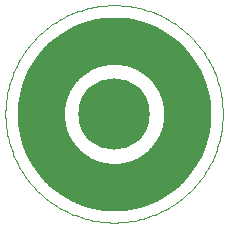
<source format=gts>
G04 EAGLE Gerber RS-274X export*
G75*
%MOMM*%
%FSLAX34Y34*%
%LPD*%
%INMask_Top*%
%IPPOS*%
%AMOC8*
5,1,8,0,0,1.08239X$1,22.5*%
G01*
%ADD10C,0.000000*%
%ADD11C,4.000000*%
%ADD12C,6.045200*%


D10*
X92000Y184000D02*
X89777Y183973D01*
X87555Y183893D01*
X85336Y183758D01*
X83121Y183571D01*
X80911Y183329D01*
X78707Y183035D01*
X76511Y182687D01*
X74324Y182286D01*
X72148Y181833D01*
X69983Y181327D01*
X67831Y180769D01*
X65693Y180159D01*
X63570Y179497D01*
X61464Y178785D01*
X59376Y178021D01*
X57307Y177208D01*
X55258Y176345D01*
X53231Y175432D01*
X51226Y174471D01*
X49245Y173462D01*
X47290Y172405D01*
X45360Y171301D01*
X43457Y170151D01*
X41583Y168955D01*
X39738Y167715D01*
X37924Y166430D01*
X36141Y165101D01*
X34391Y163730D01*
X32675Y162317D01*
X30993Y160863D01*
X29347Y159369D01*
X27737Y157835D01*
X26165Y156263D01*
X24631Y154653D01*
X23137Y153007D01*
X21683Y151325D01*
X20270Y149609D01*
X18899Y147859D01*
X17570Y146076D01*
X16285Y144262D01*
X15045Y142417D01*
X13849Y140543D01*
X12699Y138640D01*
X11595Y136710D01*
X10538Y134755D01*
X9529Y132774D01*
X8568Y130769D01*
X7655Y128742D01*
X6792Y126693D01*
X5979Y124624D01*
X5215Y122536D01*
X4503Y120430D01*
X3841Y118307D01*
X3231Y116169D01*
X2673Y114017D01*
X2167Y111852D01*
X1714Y109676D01*
X1313Y107489D01*
X965Y105293D01*
X671Y103089D01*
X429Y100879D01*
X242Y98664D01*
X107Y96445D01*
X27Y94223D01*
X0Y92000D01*
X27Y89777D01*
X107Y87555D01*
X242Y85336D01*
X429Y83121D01*
X671Y80911D01*
X965Y78707D01*
X1313Y76511D01*
X1714Y74324D01*
X2167Y72148D01*
X2673Y69983D01*
X3231Y67831D01*
X3841Y65693D01*
X4503Y63570D01*
X5215Y61464D01*
X5979Y59376D01*
X6792Y57307D01*
X7655Y55258D01*
X8568Y53231D01*
X9529Y51226D01*
X10538Y49245D01*
X11595Y47290D01*
X12699Y45360D01*
X13849Y43457D01*
X15045Y41583D01*
X16285Y39738D01*
X17570Y37924D01*
X18899Y36141D01*
X20270Y34391D01*
X21683Y32675D01*
X23137Y30993D01*
X24631Y29347D01*
X26165Y27737D01*
X27737Y26165D01*
X29347Y24631D01*
X30993Y23137D01*
X32675Y21683D01*
X34391Y20270D01*
X36141Y18899D01*
X37924Y17570D01*
X39738Y16285D01*
X41583Y15045D01*
X43457Y13849D01*
X45360Y12699D01*
X47290Y11595D01*
X49245Y10538D01*
X51226Y9529D01*
X53231Y8568D01*
X55258Y7655D01*
X57307Y6792D01*
X59376Y5979D01*
X61464Y5215D01*
X63570Y4503D01*
X65693Y3841D01*
X67831Y3231D01*
X69983Y2673D01*
X72148Y2167D01*
X74324Y1714D01*
X76511Y1313D01*
X78707Y965D01*
X80911Y671D01*
X83121Y429D01*
X85336Y242D01*
X87555Y107D01*
X89777Y27D01*
X92000Y0D01*
X94223Y27D01*
X96445Y107D01*
X98664Y242D01*
X100879Y429D01*
X103089Y671D01*
X105293Y965D01*
X107489Y1313D01*
X109676Y1714D01*
X111852Y2167D01*
X114017Y2673D01*
X116169Y3231D01*
X118307Y3841D01*
X120430Y4503D01*
X122536Y5215D01*
X124624Y5979D01*
X126693Y6792D01*
X128742Y7655D01*
X130769Y8568D01*
X132774Y9529D01*
X134755Y10538D01*
X136710Y11595D01*
X138640Y12699D01*
X140543Y13849D01*
X142417Y15045D01*
X144262Y16285D01*
X146076Y17570D01*
X147859Y18899D01*
X149609Y20270D01*
X151325Y21683D01*
X153007Y23137D01*
X154653Y24631D01*
X156263Y26165D01*
X157835Y27737D01*
X159369Y29347D01*
X160863Y30993D01*
X162317Y32675D01*
X163730Y34391D01*
X165101Y36141D01*
X166430Y37924D01*
X167715Y39738D01*
X168955Y41583D01*
X170151Y43457D01*
X171301Y45360D01*
X172405Y47290D01*
X173462Y49245D01*
X174471Y51226D01*
X175432Y53231D01*
X176345Y55258D01*
X177208Y57307D01*
X178021Y59376D01*
X178785Y61464D01*
X179497Y63570D01*
X180159Y65693D01*
X180769Y67831D01*
X181327Y69983D01*
X181833Y72148D01*
X182286Y74324D01*
X182687Y76511D01*
X183035Y78707D01*
X183329Y80911D01*
X183571Y83121D01*
X183758Y85336D01*
X183893Y87555D01*
X183973Y89777D01*
X184000Y92000D01*
X183973Y94223D01*
X183893Y96445D01*
X183758Y98664D01*
X183571Y100879D01*
X183329Y103089D01*
X183035Y105293D01*
X182687Y107489D01*
X182286Y109676D01*
X181833Y111852D01*
X181327Y114017D01*
X180769Y116169D01*
X180159Y118307D01*
X179497Y120430D01*
X178785Y122536D01*
X178021Y124624D01*
X177208Y126693D01*
X176345Y128742D01*
X175432Y130769D01*
X174471Y132774D01*
X173462Y134755D01*
X172405Y136710D01*
X171301Y138640D01*
X170151Y140543D01*
X168955Y142417D01*
X167715Y144262D01*
X166430Y146076D01*
X165101Y147859D01*
X163730Y149609D01*
X162317Y151325D01*
X160863Y153007D01*
X159369Y154653D01*
X157835Y156263D01*
X156263Y157835D01*
X154653Y159369D01*
X153007Y160863D01*
X151325Y162317D01*
X149609Y163730D01*
X147859Y165101D01*
X146076Y166430D01*
X144262Y167715D01*
X142417Y168955D01*
X140543Y170151D01*
X138640Y171301D01*
X136710Y172405D01*
X134755Y173462D01*
X132774Y174471D01*
X130769Y175432D01*
X128742Y176345D01*
X126693Y177208D01*
X124624Y178021D01*
X122536Y178785D01*
X120430Y179497D01*
X118307Y180159D01*
X116169Y180769D01*
X114017Y181327D01*
X111852Y181833D01*
X109676Y182286D01*
X107489Y182687D01*
X105293Y183035D01*
X103089Y183329D01*
X100879Y183571D01*
X98664Y183758D01*
X96445Y183893D01*
X94223Y183973D01*
X92000Y184000D01*
D11*
X30000Y92000D02*
X30018Y90502D01*
X30072Y89005D01*
X30163Y87509D01*
X30289Y86016D01*
X30452Y84527D01*
X30651Y83042D01*
X30885Y81562D01*
X31155Y80088D01*
X31461Y78621D01*
X31802Y77162D01*
X32178Y75712D01*
X32589Y74271D01*
X33034Y72841D01*
X33515Y71422D01*
X34029Y70014D01*
X34577Y68620D01*
X35159Y67239D01*
X35774Y65873D01*
X36422Y64522D01*
X37102Y63187D01*
X37814Y61869D01*
X38558Y60568D01*
X39333Y59286D01*
X40139Y58023D01*
X40975Y56780D01*
X41841Y55557D01*
X42736Y54356D01*
X43660Y53177D01*
X44612Y52020D01*
X45592Y50886D01*
X46599Y49777D01*
X47633Y48692D01*
X48692Y47633D01*
X49777Y46599D01*
X50886Y45592D01*
X52020Y44612D01*
X53177Y43660D01*
X54356Y42736D01*
X55557Y41841D01*
X56780Y40975D01*
X58023Y40139D01*
X59286Y39333D01*
X60568Y38558D01*
X61869Y37814D01*
X63187Y37102D01*
X64522Y36422D01*
X65873Y35774D01*
X67239Y35159D01*
X68620Y34577D01*
X70014Y34029D01*
X71422Y33515D01*
X72841Y33034D01*
X74271Y32589D01*
X75712Y32178D01*
X77162Y31802D01*
X78621Y31461D01*
X80088Y31155D01*
X81562Y30885D01*
X83042Y30651D01*
X84527Y30452D01*
X86016Y30289D01*
X87509Y30163D01*
X89005Y30072D01*
X90502Y30018D01*
X92000Y30000D01*
X93498Y30018D01*
X94995Y30072D01*
X96491Y30163D01*
X97984Y30289D01*
X99473Y30452D01*
X100958Y30651D01*
X102438Y30885D01*
X103912Y31155D01*
X105379Y31461D01*
X106838Y31802D01*
X108288Y32178D01*
X109729Y32589D01*
X111159Y33034D01*
X112578Y33515D01*
X113986Y34029D01*
X115380Y34577D01*
X116761Y35159D01*
X118127Y35774D01*
X119478Y36422D01*
X120813Y37102D01*
X122131Y37814D01*
X123432Y38558D01*
X124714Y39333D01*
X125977Y40139D01*
X127220Y40975D01*
X128443Y41841D01*
X129644Y42736D01*
X130823Y43660D01*
X131980Y44612D01*
X133114Y45592D01*
X134223Y46599D01*
X135308Y47633D01*
X136367Y48692D01*
X137401Y49777D01*
X138408Y50886D01*
X139388Y52020D01*
X140340Y53177D01*
X141264Y54356D01*
X142159Y55557D01*
X143025Y56780D01*
X143861Y58023D01*
X144667Y59286D01*
X145442Y60568D01*
X146186Y61869D01*
X146898Y63187D01*
X147578Y64522D01*
X148226Y65873D01*
X148841Y67239D01*
X149423Y68620D01*
X149971Y70014D01*
X150485Y71422D01*
X150966Y72841D01*
X151411Y74271D01*
X151822Y75712D01*
X152198Y77162D01*
X152539Y78621D01*
X152845Y80088D01*
X153115Y81562D01*
X153349Y83042D01*
X153548Y84527D01*
X153711Y86016D01*
X153837Y87509D01*
X153928Y89005D01*
X153982Y90502D01*
X154000Y92000D01*
X153982Y93498D01*
X153928Y94995D01*
X153837Y96491D01*
X153711Y97984D01*
X153548Y99473D01*
X153349Y100958D01*
X153115Y102438D01*
X152845Y103912D01*
X152539Y105379D01*
X152198Y106838D01*
X151822Y108288D01*
X151411Y109729D01*
X150966Y111159D01*
X150485Y112578D01*
X149971Y113986D01*
X149423Y115380D01*
X148841Y116761D01*
X148226Y118127D01*
X147578Y119478D01*
X146898Y120813D01*
X146186Y122131D01*
X145442Y123432D01*
X144667Y124714D01*
X143861Y125977D01*
X143025Y127220D01*
X142159Y128443D01*
X141264Y129644D01*
X140340Y130823D01*
X139388Y131980D01*
X138408Y133114D01*
X137401Y134223D01*
X136367Y135308D01*
X135308Y136367D01*
X134223Y137401D01*
X133114Y138408D01*
X131980Y139388D01*
X130823Y140340D01*
X129644Y141264D01*
X128443Y142159D01*
X127220Y143025D01*
X125977Y143861D01*
X124714Y144667D01*
X123432Y145442D01*
X122131Y146186D01*
X120813Y146898D01*
X119478Y147578D01*
X118127Y148226D01*
X116761Y148841D01*
X115380Y149423D01*
X113986Y149971D01*
X112578Y150485D01*
X111159Y150966D01*
X109729Y151411D01*
X108288Y151822D01*
X106838Y152198D01*
X105379Y152539D01*
X103912Y152845D01*
X102438Y153115D01*
X100958Y153349D01*
X99473Y153548D01*
X97984Y153711D01*
X96491Y153837D01*
X94995Y153928D01*
X93498Y153982D01*
X92000Y154000D01*
X90502Y153982D01*
X89005Y153928D01*
X87509Y153837D01*
X86016Y153711D01*
X84527Y153548D01*
X83042Y153349D01*
X81562Y153115D01*
X80088Y152845D01*
X78621Y152539D01*
X77162Y152198D01*
X75712Y151822D01*
X74271Y151411D01*
X72841Y150966D01*
X71422Y150485D01*
X70014Y149971D01*
X68620Y149423D01*
X67239Y148841D01*
X65873Y148226D01*
X64522Y147578D01*
X63187Y146898D01*
X61869Y146186D01*
X60568Y145442D01*
X59286Y144667D01*
X58023Y143861D01*
X56780Y143025D01*
X55557Y142159D01*
X54356Y141264D01*
X53177Y140340D01*
X52020Y139388D01*
X50886Y138408D01*
X49777Y137401D01*
X48692Y136367D01*
X47633Y135308D01*
X46599Y134223D01*
X45592Y133114D01*
X44612Y131980D01*
X43660Y130823D01*
X42736Y129644D01*
X41841Y128443D01*
X40975Y127220D01*
X40139Y125977D01*
X39333Y124714D01*
X38558Y123432D01*
X37814Y122131D01*
X37102Y120813D01*
X36422Y119478D01*
X35774Y118127D01*
X35159Y116761D01*
X34577Y115380D01*
X34029Y113986D01*
X33515Y112578D01*
X33034Y111159D01*
X32589Y109729D01*
X32178Y108288D01*
X31802Y106838D01*
X31461Y105379D01*
X31155Y103912D01*
X30885Y102438D01*
X30651Y100958D01*
X30452Y99473D01*
X30289Y97984D01*
X30163Y96491D01*
X30072Y94995D01*
X30018Y93498D01*
X30000Y92000D01*
D12*
X92000Y92000D03*
M02*

</source>
